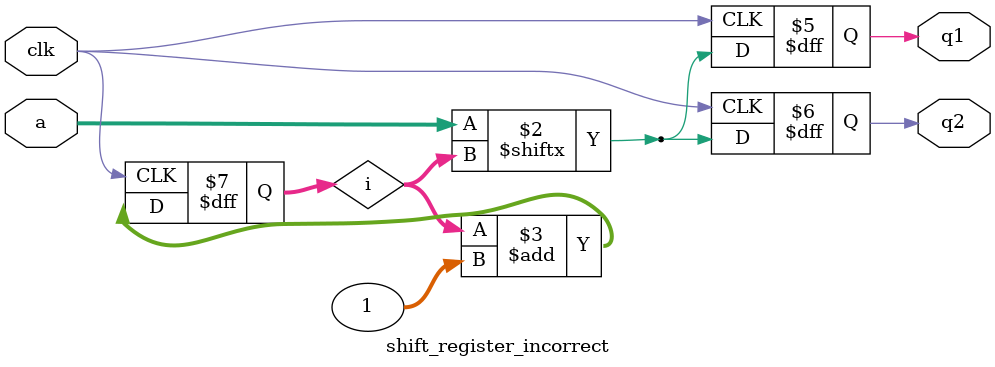
<source format=v>
`timescale 1ns / 1ps
module shift_register_incorrect(
	input clk,
	input [1:0] a,
	output reg q1,
	output reg q2
    );
	 integer i;
	 //set initial values
	 initial 
	 begin
	 q1 = 0;
	 q2 = 0;
	 i = 0;
	 end
	 
	always @(posedge clk)
		 begin
		  q1 = a[i];
		  q2 = q1;
		  i = i + 1;
		 end

endmodule

</source>
